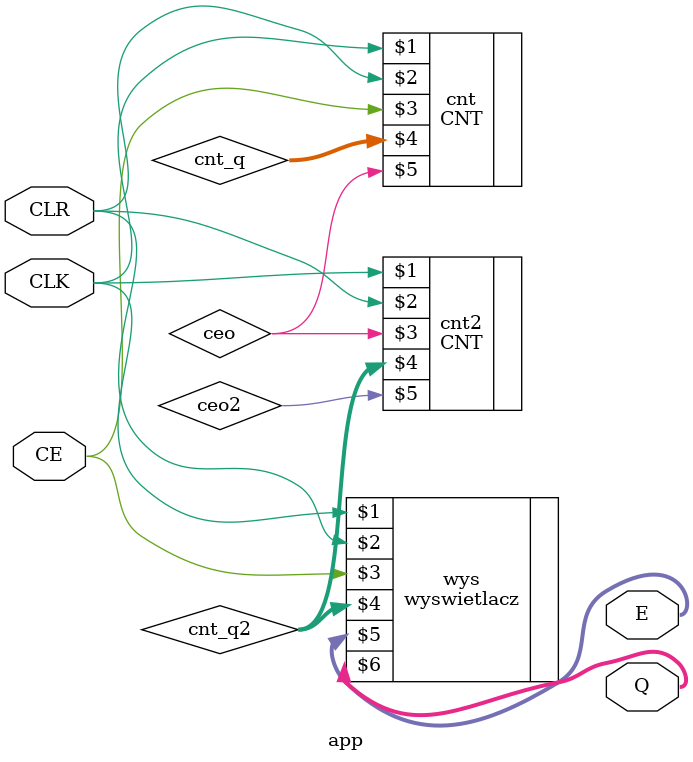
<source format=v>
`timescale 1ns / 1ps


module app(CLK, CE, CLR, E, Q);
input CLK, CLR, CE;
output [3:0] E;
output [7:0] Q;
wire [26:0] cnt_q;
wire [13:0] cnt_q2;
wire ceo, ceo2;

CNT #(
    .BITS_NUM(27), 
    .MOD(10000000)
) cnt(CLK, CLR, CE, cnt_q, ceo);

CNT #(
    .BITS_NUM(14), 
    .MOD(10000)
) cnt2(CLK, CLR, ceo, cnt_q2, ceo2);

wyswietlacz wys(CLK, CLR, CE, cnt_q2, E, Q);

endmodule

</source>
